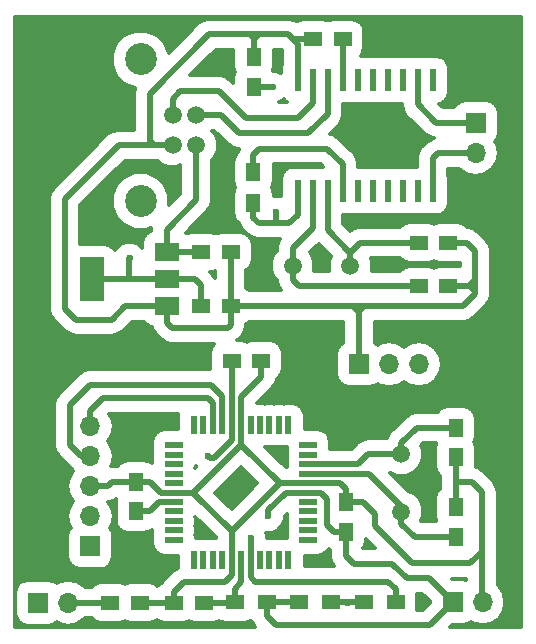
<source format=gtl>
G04 #@! TF.FileFunction,Copper,L1,Top,Signal*
%FSLAX46Y46*%
G04 Gerber Fmt 4.6, Leading zero omitted, Abs format (unit mm)*
G04 Created by KiCad (PCBNEW 4.0.7-e1-6374~58~ubuntu14.04.1) date Sat Jan 27 06:03:06 2018*
%MOMM*%
%LPD*%
G01*
G04 APERTURE LIST*
%ADD10C,0.100000*%
%ADD11R,0.600000X1.950000*%
%ADD12R,1.500000X1.250000*%
%ADD13R,1.250000X1.500000*%
%ADD14C,1.520000*%
%ADD15C,2.700000*%
%ADD16R,1.700000X1.700000*%
%ADD17O,1.700000X1.700000*%
%ADD18R,1.500000X1.300000*%
%ADD19R,1.300000X1.500000*%
%ADD20R,1.500000X0.550000*%
%ADD21R,0.550000X1.500000*%
%ADD22C,1.500000*%
%ADD23R,2.000000X3.800000*%
%ADD24R,2.000000X1.500000*%
%ADD25C,0.600000*%
%ADD26C,0.500000*%
%ADD27C,0.351000*%
G04 APERTURE END LIST*
D10*
D11*
X134655000Y-88710000D03*
X135925000Y-88710000D03*
X137195000Y-88710000D03*
X138465000Y-88710000D03*
X139735000Y-88710000D03*
X141005000Y-88710000D03*
X142275000Y-88710000D03*
X143545000Y-88710000D03*
X144815000Y-88710000D03*
X146085000Y-88710000D03*
X146085000Y-79310000D03*
X144815000Y-79310000D03*
X143545000Y-79310000D03*
X142275000Y-79310000D03*
X141005000Y-79310000D03*
X139735000Y-79310000D03*
X138465000Y-79310000D03*
X137195000Y-79310000D03*
X135925000Y-79310000D03*
X134655000Y-79310000D03*
D12*
X147430000Y-96770000D03*
X144930000Y-96770000D03*
X147430000Y-93090000D03*
X144930000Y-93090000D03*
X135970000Y-75850000D03*
X138470000Y-75850000D03*
D13*
X120970000Y-115820000D03*
X120970000Y-113320000D03*
X130930000Y-77400000D03*
X130930000Y-79900000D03*
D12*
X131590000Y-103070000D03*
X129090000Y-103070000D03*
X126710000Y-123560000D03*
X124210000Y-123560000D03*
D13*
X148040000Y-117990000D03*
X148040000Y-115490000D03*
D12*
X126500000Y-93880000D03*
X129000000Y-93880000D03*
D13*
X138740000Y-115050000D03*
X138740000Y-117550000D03*
X148040000Y-108740000D03*
X148040000Y-111240000D03*
D14*
X126070000Y-82290000D03*
X126070000Y-84830000D03*
X124070000Y-84830000D03*
X124070000Y-82290000D03*
D15*
X121370000Y-77560000D03*
X121370000Y-89560000D03*
D16*
X149730000Y-82950000D03*
D17*
X149730000Y-85490000D03*
D16*
X117120000Y-118800000D03*
D17*
X117120000Y-116260000D03*
X117120000Y-113720000D03*
X117120000Y-111180000D03*
X117120000Y-108640000D03*
D16*
X147790000Y-123520000D03*
D17*
X150330000Y-123520000D03*
D18*
X129350000Y-123550000D03*
X132050000Y-123550000D03*
D19*
X130920000Y-87060000D03*
X130920000Y-89760000D03*
D18*
X137500000Y-123550000D03*
X134800000Y-123550000D03*
D20*
X124180000Y-110240000D03*
X124180000Y-111040000D03*
X124180000Y-111840000D03*
X124180000Y-112640000D03*
X124180000Y-113440000D03*
X124180000Y-114240000D03*
X124180000Y-115040000D03*
X124180000Y-115840000D03*
X124180000Y-116640000D03*
X124180000Y-117440000D03*
X124180000Y-118240000D03*
D21*
X125880000Y-119940000D03*
X126680000Y-119940000D03*
X127480000Y-119940000D03*
X128280000Y-119940000D03*
X129080000Y-119940000D03*
X129880000Y-119940000D03*
X130680000Y-119940000D03*
X131480000Y-119940000D03*
X132280000Y-119940000D03*
X133080000Y-119940000D03*
X133880000Y-119940000D03*
D20*
X135580000Y-118240000D03*
X135580000Y-117440000D03*
X135580000Y-116640000D03*
X135580000Y-115840000D03*
X135580000Y-115040000D03*
X135580000Y-114240000D03*
X135580000Y-113440000D03*
X135580000Y-112640000D03*
X135580000Y-111840000D03*
X135580000Y-111040000D03*
X135580000Y-110240000D03*
D21*
X133880000Y-108540000D03*
X133080000Y-108540000D03*
X132280000Y-108540000D03*
X131480000Y-108540000D03*
X130680000Y-108540000D03*
X129880000Y-108540000D03*
X129080000Y-108540000D03*
X128280000Y-108540000D03*
X127480000Y-108540000D03*
X126680000Y-108540000D03*
X125880000Y-108540000D03*
D22*
X134250000Y-95020000D03*
X139130000Y-95020000D03*
X143450000Y-115860000D03*
X143450000Y-110980000D03*
D12*
X126500000Y-98450000D03*
X129000000Y-98450000D03*
D23*
X117270000Y-96170000D03*
D24*
X123570000Y-96170000D03*
X123570000Y-93870000D03*
X123570000Y-98470000D03*
D12*
X118800000Y-123570000D03*
X121300000Y-123570000D03*
D16*
X112700000Y-123570000D03*
D17*
X115240000Y-123570000D03*
D18*
X142960000Y-123550000D03*
X140260000Y-123550000D03*
D16*
X139870000Y-103380000D03*
D17*
X142410000Y-103380000D03*
X144950000Y-103380000D03*
D25*
X130680000Y-118070000D03*
X120430000Y-94400000D03*
X132570000Y-79920000D03*
X132830000Y-90480000D03*
X127110000Y-111160000D03*
X132190000Y-116250000D03*
X138900000Y-123570000D03*
D26*
X138470000Y-75850000D02*
X138470000Y-79305000D01*
X138470000Y-79305000D02*
X138465000Y-79310000D01*
X120970000Y-115820000D02*
X122150000Y-115820000D01*
X122930000Y-115040000D02*
X124180000Y-115040000D01*
X122150000Y-115820000D02*
X122930000Y-115040000D01*
X129350000Y-123550000D02*
X129350000Y-122370000D01*
X129880000Y-121840000D02*
X129880000Y-119940000D01*
X129350000Y-122370000D02*
X129880000Y-121840000D01*
X126710000Y-123560000D02*
X129340000Y-123560000D01*
X129340000Y-123560000D02*
X129350000Y-123550000D01*
X130680000Y-119940000D02*
X130680000Y-121430000D01*
X142960000Y-122400000D02*
X142960000Y-123550000D01*
X142350000Y-121790000D02*
X142960000Y-122400000D01*
X131040000Y-121790000D02*
X142350000Y-121790000D01*
X130680000Y-121430000D02*
X131040000Y-121790000D01*
X130680000Y-119940000D02*
X130680000Y-118070000D01*
X130920000Y-87060000D02*
X130920000Y-85640000D01*
X138465000Y-86435000D02*
X138465000Y-88710000D01*
X137160000Y-85130000D02*
X138465000Y-86435000D01*
X131430000Y-85130000D02*
X137160000Y-85130000D01*
X130920000Y-85640000D02*
X131430000Y-85130000D01*
X139870000Y-98970000D02*
X139870000Y-98850000D01*
X139870000Y-98850000D02*
X140270000Y-98450000D01*
X139870000Y-103380000D02*
X139870000Y-98970000D01*
X139870000Y-98970000D02*
X139350000Y-98450000D01*
X149160000Y-96770000D02*
X149280000Y-96770000D01*
X149280000Y-96770000D02*
X149700000Y-97190000D01*
X129000000Y-98450000D02*
X139350000Y-98450000D01*
X139350000Y-98450000D02*
X140270000Y-98450000D01*
X140270000Y-98450000D02*
X148470000Y-98450000D01*
X149700000Y-97400000D02*
X149700000Y-97190000D01*
X148650000Y-98450000D02*
X149700000Y-97400000D01*
X148470000Y-98450000D02*
X148650000Y-98450000D01*
X149700000Y-97190000D02*
X149700000Y-96230000D01*
X129000000Y-93880000D02*
X129000000Y-98450000D01*
X123570000Y-98470000D02*
X123570000Y-99870000D01*
X129000000Y-100060000D02*
X129000000Y-98450000D01*
X128740000Y-100320000D02*
X129000000Y-100060000D01*
X124020000Y-100320000D02*
X128740000Y-100320000D01*
X123570000Y-99870000D02*
X124020000Y-100320000D01*
X123570000Y-98470000D02*
X120070000Y-98470000D01*
X119500000Y-84830000D02*
X122520000Y-84830000D01*
X114950000Y-89380000D02*
X119500000Y-84830000D01*
X120070000Y-98470000D02*
X118910000Y-99630000D01*
X135970000Y-75850000D02*
X134270000Y-75850000D01*
X134270000Y-75850000D02*
X133860000Y-75440000D01*
X130930000Y-75910000D02*
X130930000Y-75780000D01*
X130930000Y-75780000D02*
X130590000Y-75440000D01*
X124070000Y-84830000D02*
X122520000Y-84830000D01*
X127180000Y-75440000D02*
X130590000Y-75440000D01*
X122520000Y-84830000D02*
X122150000Y-84460000D01*
X122150000Y-84460000D02*
X122150000Y-80470000D01*
X122150000Y-80470000D02*
X127180000Y-75440000D01*
X130590000Y-75440000D02*
X131400000Y-75440000D01*
X130930000Y-77400000D02*
X130930000Y-75910000D01*
X134655000Y-76235000D02*
X134655000Y-79310000D01*
X133860000Y-75440000D02*
X134655000Y-76235000D01*
X131400000Y-75440000D02*
X133860000Y-75440000D01*
X130930000Y-75910000D02*
X131400000Y-75440000D01*
X147430000Y-93090000D02*
X149000000Y-93090000D01*
X149000000Y-93090000D02*
X149700000Y-93790000D01*
X149700000Y-93790000D02*
X149700000Y-96230000D01*
X149160000Y-96770000D02*
X147430000Y-96770000D01*
X149700000Y-96230000D02*
X149160000Y-96770000D01*
X114950000Y-95660000D02*
X114950000Y-89380000D01*
X118910000Y-99630000D02*
X118360000Y-99630000D01*
X117370000Y-99630000D02*
X115900000Y-99630000D01*
X115900000Y-99630000D02*
X114950000Y-98680000D01*
X114950000Y-98680000D02*
X114950000Y-95660000D01*
X118360000Y-99630000D02*
X117370000Y-99630000D01*
X134250000Y-95020000D02*
X134250000Y-93520000D01*
X135925000Y-91845000D02*
X135925000Y-88710000D01*
X134250000Y-93520000D02*
X135925000Y-91845000D01*
X134250000Y-95020000D02*
X134250000Y-96250000D01*
X134770000Y-96770000D02*
X144930000Y-96770000D01*
X134250000Y-96250000D02*
X134770000Y-96770000D01*
X137195000Y-88710000D02*
X137195000Y-92015000D01*
X137195000Y-92015000D02*
X139130000Y-93950000D01*
X139130000Y-95020000D02*
X139130000Y-93950000D01*
X139130000Y-93950000D02*
X139130000Y-93920000D01*
X139960000Y-93090000D02*
X144930000Y-93090000D01*
X139130000Y-93920000D02*
X139960000Y-93090000D01*
X129880000Y-108540000D02*
X129880000Y-106160000D01*
X131590000Y-104450000D02*
X131590000Y-103070000D01*
X129880000Y-106160000D02*
X131590000Y-104450000D01*
X120970000Y-113320000D02*
X118980000Y-113320000D01*
X118580000Y-113720000D02*
X117120000Y-113720000D01*
X118980000Y-113320000D02*
X118580000Y-113720000D01*
X120970000Y-113320000D02*
X122180000Y-113320000D01*
X123100000Y-114240000D02*
X124180000Y-114240000D01*
X122180000Y-113320000D02*
X123100000Y-114240000D01*
X150260000Y-119250000D02*
X150260000Y-123450000D01*
X150260000Y-123450000D02*
X150330000Y-123520000D01*
X138740000Y-115050000D02*
X140210000Y-115050000D01*
X149420000Y-113320000D02*
X148040000Y-113320000D01*
X150260000Y-114160000D02*
X149420000Y-113320000D01*
X150260000Y-119250000D02*
X150260000Y-114160000D01*
X149280000Y-120230000D02*
X150260000Y-119250000D01*
X144350000Y-120230000D02*
X149280000Y-120230000D01*
X141220000Y-117100000D02*
X144350000Y-120230000D01*
X141220000Y-116060000D02*
X141220000Y-117100000D01*
X140210000Y-115050000D02*
X141220000Y-116060000D01*
X121300000Y-123570000D02*
X124200000Y-123570000D01*
X124200000Y-123570000D02*
X124210000Y-123560000D01*
X148040000Y-111240000D02*
X148040000Y-113320000D01*
X148040000Y-113320000D02*
X148040000Y-115490000D01*
X135580000Y-113440000D02*
X138210000Y-113440000D01*
X138740000Y-113970000D02*
X138740000Y-115050000D01*
X138210000Y-113440000D02*
X138740000Y-113970000D01*
X124210000Y-123560000D02*
X124210000Y-122660000D01*
X129080000Y-121240000D02*
X129080000Y-119940000D01*
X128510000Y-121810000D02*
X129080000Y-121240000D01*
X125060000Y-121810000D02*
X128510000Y-121810000D01*
X124210000Y-122660000D02*
X125060000Y-121810000D01*
X129080000Y-117490000D02*
X133130000Y-113440000D01*
X129080000Y-119940000D02*
X129080000Y-117490000D01*
X129080000Y-117490000D02*
X125830000Y-114240000D01*
X124180000Y-114240000D02*
X125830000Y-114240000D01*
X125830000Y-114240000D02*
X129880000Y-110190000D01*
X129880000Y-108540000D02*
X129880000Y-110190000D01*
X133130000Y-113440000D02*
X135580000Y-113440000D01*
X129880000Y-110190000D02*
X133130000Y-113440000D01*
X148050000Y-115480000D02*
X148040000Y-115490000D01*
X120430000Y-94400000D02*
X120420000Y-94410000D01*
X120420000Y-94410000D02*
X120420000Y-96170000D01*
X132570000Y-79920000D02*
X132550000Y-79900000D01*
X132840000Y-90490000D02*
X132840000Y-91450000D01*
X132830000Y-90480000D02*
X132840000Y-90490000D01*
X131350000Y-91450000D02*
X132840000Y-91450000D01*
X132840000Y-91450000D02*
X133910000Y-91450000D01*
X130920000Y-91020000D02*
X131350000Y-91450000D01*
X133910000Y-91450000D02*
X134655000Y-90705000D01*
X132550000Y-79900000D02*
X130930000Y-79900000D01*
X123570000Y-96170000D02*
X125980000Y-96170000D01*
X126500000Y-96690000D02*
X126500000Y-98450000D01*
X125980000Y-96170000D02*
X126500000Y-96690000D01*
X117270000Y-96170000D02*
X120420000Y-96170000D01*
X120420000Y-96170000D02*
X123570000Y-96170000D01*
X130920000Y-89760000D02*
X130920000Y-91020000D01*
X134655000Y-90705000D02*
X134655000Y-88710000D01*
X129080000Y-109770000D02*
X129080000Y-108540000D01*
X127110000Y-111160000D02*
X127240000Y-111290000D01*
X127240000Y-111290000D02*
X127560000Y-111290000D01*
X127560000Y-111290000D02*
X129080000Y-109770000D01*
X129080000Y-108540000D02*
X129080000Y-103080000D01*
X129080000Y-103080000D02*
X129090000Y-103070000D01*
X132050000Y-123550000D02*
X132050000Y-124680000D01*
X145830000Y-125480000D02*
X147790000Y-123520000D01*
X132850000Y-125480000D02*
X145830000Y-125480000D01*
X132050000Y-124680000D02*
X132850000Y-125480000D01*
X138740000Y-117550000D02*
X138740000Y-119580000D01*
X138740000Y-119580000D02*
X139440000Y-120280000D01*
X139440000Y-120280000D02*
X142690000Y-120280000D01*
X142690000Y-120280000D02*
X143890000Y-121480000D01*
X143890000Y-121480000D02*
X145750000Y-121480000D01*
X145750000Y-121480000D02*
X147790000Y-123520000D01*
X135580000Y-114240000D02*
X136660000Y-114240000D01*
X137740000Y-117550000D02*
X138740000Y-117550000D01*
X137180000Y-116990000D02*
X137740000Y-117550000D01*
X137180000Y-114760000D02*
X137180000Y-116990000D01*
X136660000Y-114240000D02*
X137180000Y-114760000D01*
X132050000Y-123550000D02*
X133440000Y-123550000D01*
X133440000Y-123550000D02*
X134800000Y-123550000D01*
X135580000Y-114240000D02*
X133650000Y-114240000D01*
X132190000Y-115700000D02*
X132190000Y-116250000D01*
X133650000Y-114240000D02*
X132190000Y-115700000D01*
X143450000Y-115860000D02*
X143450000Y-116870000D01*
X144570000Y-117990000D02*
X148040000Y-117990000D01*
X143450000Y-116870000D02*
X144570000Y-117990000D01*
X135580000Y-112640000D02*
X140680000Y-112640000D01*
X140680000Y-112640000D02*
X143450000Y-115410000D01*
X143450000Y-115410000D02*
X143450000Y-115860000D01*
X126500000Y-93880000D02*
X123580000Y-93880000D01*
X123580000Y-93880000D02*
X123570000Y-93870000D01*
X123570000Y-93870000D02*
X123570000Y-92000000D01*
X126070000Y-89500000D02*
X126070000Y-84830000D01*
X123570000Y-92000000D02*
X126070000Y-89500000D01*
X143450000Y-110980000D02*
X143450000Y-110060000D01*
X144770000Y-108740000D02*
X148040000Y-108740000D01*
X143450000Y-110060000D02*
X144770000Y-108740000D01*
X135580000Y-111840000D02*
X139780000Y-111840000D01*
X140640000Y-110980000D02*
X143450000Y-110980000D01*
X139780000Y-111840000D02*
X140640000Y-110980000D01*
X126070000Y-82290000D02*
X128170000Y-82290000D01*
X137195000Y-82185000D02*
X137195000Y-79310000D01*
X135560000Y-83820000D02*
X137195000Y-82185000D01*
X129700000Y-83820000D02*
X135560000Y-83820000D01*
X128170000Y-82290000D02*
X129700000Y-83820000D01*
X124070000Y-82290000D02*
X124070000Y-80900000D01*
X135925000Y-81275000D02*
X135925000Y-79310000D01*
X134690000Y-82510000D02*
X135925000Y-81275000D01*
X130260000Y-82510000D02*
X134690000Y-82510000D01*
X127990000Y-80240000D02*
X130260000Y-82510000D01*
X124730000Y-80240000D02*
X127990000Y-80240000D01*
X124070000Y-80900000D02*
X124730000Y-80240000D01*
X149730000Y-82950000D02*
X146380000Y-82950000D01*
X144815000Y-81385000D02*
X144815000Y-79310000D01*
X146380000Y-82950000D02*
X144815000Y-81385000D01*
X146085000Y-88710000D02*
X146085000Y-85955000D01*
X146550000Y-85490000D02*
X149730000Y-85490000D01*
X146085000Y-85955000D02*
X146550000Y-85490000D01*
X117120000Y-111180000D02*
X116360000Y-111180000D01*
X116360000Y-111180000D02*
X115380000Y-110200000D01*
X115380000Y-110200000D02*
X115380000Y-106820000D01*
X115380000Y-106820000D02*
X117090000Y-105110000D01*
X117090000Y-105110000D02*
X127350000Y-105110000D01*
X127350000Y-105110000D02*
X128280000Y-106040000D01*
X128280000Y-106040000D02*
X128280000Y-108540000D01*
X117120000Y-108640000D02*
X117120000Y-107320000D01*
X117120000Y-107320000D02*
X118180000Y-106260000D01*
X127480000Y-108540000D02*
X127480000Y-106630000D01*
X127110000Y-106260000D02*
X118180000Y-106260000D01*
X127480000Y-106630000D02*
X127110000Y-106260000D01*
X115240000Y-123570000D02*
X118800000Y-123570000D01*
X138890000Y-123550000D02*
X138900000Y-123570000D01*
X137500000Y-123550000D02*
X138890000Y-123550000D01*
X138890000Y-123550000D02*
X140260000Y-123550000D01*
D27*
G36*
X153599500Y-125589500D02*
X147595040Y-125589500D01*
X147717970Y-125466570D01*
X148640000Y-125466570D01*
X149038556Y-125391576D01*
X149362944Y-125182839D01*
X149593143Y-125336653D01*
X150330000Y-125483223D01*
X151066857Y-125336653D01*
X151691534Y-124919257D01*
X152108930Y-124294580D01*
X152255500Y-123557723D01*
X152255500Y-123482277D01*
X152108930Y-122745420D01*
X151691534Y-122120743D01*
X151585500Y-122049893D01*
X151585500Y-114160000D01*
X151484602Y-113652753D01*
X151197270Y-113222730D01*
X150357270Y-112382730D01*
X149927247Y-112095398D01*
X149747468Y-112059638D01*
X149761570Y-111990000D01*
X149761570Y-110490000D01*
X149686576Y-110091444D01*
X149623114Y-109992822D01*
X149675176Y-109916627D01*
X149761570Y-109490000D01*
X149761570Y-107990000D01*
X149686576Y-107591444D01*
X149451030Y-107225394D01*
X149091627Y-106979824D01*
X148665000Y-106893430D01*
X147415000Y-106893430D01*
X147016444Y-106968424D01*
X146650394Y-107203970D01*
X146506545Y-107414500D01*
X144770000Y-107414500D01*
X144262753Y-107515398D01*
X143832730Y-107802730D01*
X142512730Y-109122730D01*
X142225398Y-109552753D01*
X142207946Y-109640491D01*
X142193913Y-109654500D01*
X140640000Y-109654500D01*
X140132753Y-109755398D01*
X139818313Y-109965500D01*
X139702730Y-110042730D01*
X139230960Y-110514500D01*
X137426570Y-110514500D01*
X137426570Y-109965000D01*
X137351576Y-109566444D01*
X137116030Y-109200394D01*
X136756627Y-108954824D01*
X136330000Y-108868430D01*
X135251570Y-108868430D01*
X135251570Y-107790000D01*
X135176576Y-107391444D01*
X134941030Y-107025394D01*
X134581627Y-106779824D01*
X134155000Y-106693430D01*
X133605000Y-106693430D01*
X133475412Y-106717814D01*
X133355000Y-106693430D01*
X132805000Y-106693430D01*
X132675412Y-106717814D01*
X132555000Y-106693430D01*
X132005000Y-106693430D01*
X131875412Y-106717814D01*
X131755000Y-106693430D01*
X131221110Y-106693430D01*
X132527270Y-105387270D01*
X132814602Y-104957247D01*
X132880664Y-104625132D01*
X133104606Y-104481030D01*
X133350176Y-104121627D01*
X133436570Y-103695000D01*
X133436570Y-102445000D01*
X133361576Y-102046444D01*
X133126030Y-101680394D01*
X132766627Y-101434824D01*
X132340000Y-101348430D01*
X130840000Y-101348430D01*
X130441444Y-101423424D01*
X130342822Y-101486886D01*
X130266627Y-101434824D01*
X129840000Y-101348430D01*
X129540839Y-101348430D01*
X129677270Y-101257270D01*
X129937270Y-100997270D01*
X130224603Y-100567246D01*
X130325500Y-100060000D01*
X130325500Y-99982716D01*
X130514606Y-99861030D01*
X130573046Y-99775500D01*
X138544500Y-99775500D01*
X138544500Y-101557936D01*
X138255394Y-101743970D01*
X138009824Y-102103373D01*
X137923430Y-102530000D01*
X137923430Y-104230000D01*
X137998424Y-104628556D01*
X138233970Y-104994606D01*
X138593373Y-105240176D01*
X139020000Y-105326570D01*
X140720000Y-105326570D01*
X141118556Y-105251576D01*
X141442944Y-105042839D01*
X141673143Y-105196653D01*
X142410000Y-105343223D01*
X143146857Y-105196653D01*
X143680000Y-104840418D01*
X144213143Y-105196653D01*
X144950000Y-105343223D01*
X145686857Y-105196653D01*
X146311534Y-104779257D01*
X146728930Y-104154580D01*
X146875500Y-103417723D01*
X146875500Y-103342277D01*
X146728930Y-102605420D01*
X146311534Y-101980743D01*
X145686857Y-101563347D01*
X144950000Y-101416777D01*
X144213143Y-101563347D01*
X143680000Y-101919582D01*
X143146857Y-101563347D01*
X142410000Y-101416777D01*
X141673143Y-101563347D01*
X141439150Y-101719696D01*
X141195500Y-101553218D01*
X141195500Y-99775500D01*
X148650000Y-99775500D01*
X149157247Y-99674602D01*
X149587270Y-99387270D01*
X150637270Y-98337270D01*
X150924602Y-97907247D01*
X151025500Y-97400000D01*
X151025500Y-93790000D01*
X150924602Y-93282753D01*
X150637270Y-92852730D01*
X149937270Y-92152730D01*
X149507247Y-91865398D01*
X149008350Y-91766161D01*
X148966030Y-91700394D01*
X148606627Y-91454824D01*
X148180000Y-91368430D01*
X146680000Y-91368430D01*
X146281444Y-91443424D01*
X146182822Y-91506886D01*
X146106627Y-91454824D01*
X145680000Y-91368430D01*
X144180000Y-91368430D01*
X143781444Y-91443424D01*
X143415394Y-91678970D01*
X143356954Y-91764500D01*
X139960000Y-91764500D01*
X139452753Y-91865398D01*
X139133354Y-92078814D01*
X138520500Y-91465960D01*
X138520500Y-90781570D01*
X138765000Y-90781570D01*
X139112297Y-90716221D01*
X139435000Y-90781570D01*
X140035000Y-90781570D01*
X140382297Y-90716221D01*
X140705000Y-90781570D01*
X141305000Y-90781570D01*
X141652297Y-90716221D01*
X141975000Y-90781570D01*
X142575000Y-90781570D01*
X142922297Y-90716221D01*
X143245000Y-90781570D01*
X143845000Y-90781570D01*
X144192297Y-90716221D01*
X144515000Y-90781570D01*
X145115000Y-90781570D01*
X145462297Y-90716221D01*
X145785000Y-90781570D01*
X146385000Y-90781570D01*
X146783556Y-90706576D01*
X147149606Y-90471030D01*
X147395176Y-90111627D01*
X147481570Y-89685000D01*
X147481570Y-87735000D01*
X147410500Y-87357298D01*
X147410500Y-86815500D01*
X148306666Y-86815500D01*
X148330743Y-86851534D01*
X148955420Y-87268930D01*
X149692277Y-87415500D01*
X149767723Y-87415500D01*
X150504580Y-87268930D01*
X151129257Y-86851534D01*
X151546653Y-86226857D01*
X151693223Y-85490000D01*
X151546653Y-84753143D01*
X151390304Y-84519150D01*
X151590176Y-84226627D01*
X151676570Y-83800000D01*
X151676570Y-82100000D01*
X151601576Y-81701444D01*
X151366030Y-81335394D01*
X151006627Y-81089824D01*
X150580000Y-81003430D01*
X148880000Y-81003430D01*
X148481444Y-81078424D01*
X148115394Y-81313970D01*
X147903218Y-81624500D01*
X146929040Y-81624500D01*
X146638425Y-81333885D01*
X146783556Y-81306576D01*
X147149606Y-81071030D01*
X147395176Y-80711627D01*
X147481570Y-80285000D01*
X147481570Y-78335000D01*
X147406576Y-77936444D01*
X147171030Y-77570394D01*
X146811627Y-77324824D01*
X146385000Y-77238430D01*
X145785000Y-77238430D01*
X145437703Y-77303779D01*
X145115000Y-77238430D01*
X144515000Y-77238430D01*
X144167703Y-77303779D01*
X143845000Y-77238430D01*
X143245000Y-77238430D01*
X142897703Y-77303779D01*
X142575000Y-77238430D01*
X141975000Y-77238430D01*
X141627703Y-77303779D01*
X141305000Y-77238430D01*
X140705000Y-77238430D01*
X140357703Y-77303779D01*
X140035000Y-77238430D01*
X140000048Y-77238430D01*
X140230176Y-76901627D01*
X140316570Y-76475000D01*
X140316570Y-75225000D01*
X140241576Y-74826444D01*
X140006030Y-74460394D01*
X139646627Y-74214824D01*
X139220000Y-74128430D01*
X137720000Y-74128430D01*
X137321444Y-74203424D01*
X137222822Y-74266886D01*
X137146627Y-74214824D01*
X136720000Y-74128430D01*
X135220000Y-74128430D01*
X134821444Y-74203424D01*
X134580940Y-74358183D01*
X134367247Y-74215398D01*
X133860000Y-74114500D01*
X127180000Y-74114500D01*
X126672753Y-74215398D01*
X126242730Y-74502730D01*
X123757877Y-76987583D01*
X123427438Y-76187860D01*
X122745729Y-75504960D01*
X121854578Y-75134922D01*
X120889655Y-75134080D01*
X119997860Y-75502562D01*
X119314960Y-76184271D01*
X118944922Y-77075422D01*
X118944080Y-78040345D01*
X119312562Y-78932140D01*
X119994271Y-79615040D01*
X120885422Y-79985078D01*
X120920951Y-79985109D01*
X120824500Y-80470000D01*
X120824500Y-83504500D01*
X119500000Y-83504500D01*
X118992753Y-83605398D01*
X118694776Y-83804500D01*
X118562730Y-83892730D01*
X114012730Y-88442730D01*
X113725398Y-88872753D01*
X113624500Y-89380000D01*
X113624500Y-98680000D01*
X113725398Y-99187247D01*
X114012730Y-99617270D01*
X114962730Y-100567270D01*
X115392753Y-100854602D01*
X115900000Y-100955500D01*
X118910000Y-100955500D01*
X119417247Y-100854602D01*
X119847270Y-100567270D01*
X120619040Y-99795500D01*
X121662284Y-99795500D01*
X121783970Y-99984606D01*
X122143373Y-100230176D01*
X122323395Y-100266631D01*
X122345398Y-100377247D01*
X122632730Y-100807270D01*
X123082730Y-101257270D01*
X123512753Y-101544602D01*
X124020000Y-101645500D01*
X127596327Y-101645500D01*
X127575394Y-101658970D01*
X127329824Y-102018373D01*
X127243430Y-102445000D01*
X127243430Y-103695000D01*
X127260271Y-103784500D01*
X117090000Y-103784500D01*
X116582753Y-103885398D01*
X116152730Y-104172730D01*
X114442730Y-105882730D01*
X114155398Y-106312753D01*
X114054500Y-106820000D01*
X114054500Y-110200000D01*
X114155398Y-110707247D01*
X114442730Y-111137270D01*
X115422730Y-112117270D01*
X115448977Y-112134808D01*
X115659582Y-112450000D01*
X115303347Y-112983143D01*
X115156777Y-113720000D01*
X115303347Y-114456857D01*
X115659582Y-114990000D01*
X115303347Y-115523143D01*
X115156777Y-116260000D01*
X115303347Y-116996857D01*
X115459696Y-117230850D01*
X115259824Y-117523373D01*
X115173430Y-117950000D01*
X115173430Y-119650000D01*
X115248424Y-120048556D01*
X115483970Y-120414606D01*
X115843373Y-120660176D01*
X116270000Y-120746570D01*
X117970000Y-120746570D01*
X118368556Y-120671576D01*
X118734606Y-120436030D01*
X118980176Y-120076627D01*
X119066570Y-119650000D01*
X119066570Y-117950000D01*
X118991576Y-117551444D01*
X118782839Y-117227056D01*
X118936653Y-116996857D01*
X119083223Y-116260000D01*
X118936653Y-115523143D01*
X118613102Y-115038916D01*
X119087247Y-114944602D01*
X119303020Y-114800427D01*
X119248430Y-115070000D01*
X119248430Y-116570000D01*
X119323424Y-116968556D01*
X119558970Y-117334606D01*
X119918373Y-117580176D01*
X120345000Y-117666570D01*
X121595000Y-117666570D01*
X121993556Y-117591576D01*
X122333430Y-117372874D01*
X122333430Y-117715000D01*
X122357814Y-117844588D01*
X122333430Y-117965000D01*
X122333430Y-118515000D01*
X122408424Y-118913556D01*
X122643970Y-119279606D01*
X123003373Y-119525176D01*
X123430000Y-119611570D01*
X124508430Y-119611570D01*
X124508430Y-120615013D01*
X124122730Y-120872730D01*
X123272730Y-121722730D01*
X123157373Y-121895374D01*
X123061444Y-121913424D01*
X122744136Y-122117605D01*
X122476627Y-121934824D01*
X122050000Y-121848430D01*
X120550000Y-121848430D01*
X120151444Y-121923424D01*
X120052822Y-121986886D01*
X119976627Y-121934824D01*
X119550000Y-121848430D01*
X118050000Y-121848430D01*
X117651444Y-121923424D01*
X117285394Y-122158970D01*
X117226954Y-122244500D01*
X116650817Y-122244500D01*
X116601534Y-122170743D01*
X115976857Y-121753347D01*
X115240000Y-121606777D01*
X114503143Y-121753347D01*
X114269150Y-121909696D01*
X113976627Y-121709824D01*
X113550000Y-121623430D01*
X111850000Y-121623430D01*
X111451444Y-121698424D01*
X111085394Y-121933970D01*
X110839824Y-122293373D01*
X110753430Y-122720000D01*
X110753430Y-124420000D01*
X110828424Y-124818556D01*
X111063970Y-125184606D01*
X111423373Y-125430176D01*
X111850000Y-125516570D01*
X113550000Y-125516570D01*
X113948556Y-125441576D01*
X114272944Y-125232839D01*
X114503143Y-125386653D01*
X115240000Y-125533223D01*
X115976857Y-125386653D01*
X116601534Y-124969257D01*
X116650817Y-124895500D01*
X117222719Y-124895500D01*
X117263970Y-124959606D01*
X117623373Y-125205176D01*
X118050000Y-125291570D01*
X119550000Y-125291570D01*
X119948556Y-125216576D01*
X120047178Y-125153114D01*
X120123373Y-125205176D01*
X120550000Y-125291570D01*
X122050000Y-125291570D01*
X122448556Y-125216576D01*
X122765864Y-125012395D01*
X123033373Y-125195176D01*
X123460000Y-125281570D01*
X124960000Y-125281570D01*
X125358556Y-125206576D01*
X125457178Y-125143114D01*
X125533373Y-125195176D01*
X125960000Y-125281570D01*
X127460000Y-125281570D01*
X127858556Y-125206576D01*
X128017972Y-125103995D01*
X128173373Y-125210176D01*
X128600000Y-125296570D01*
X130100000Y-125296570D01*
X130498556Y-125221576D01*
X130700178Y-125091836D01*
X130823130Y-125175847D01*
X130825398Y-125187247D01*
X131094175Y-125589500D01*
X110720500Y-125589500D01*
X110720500Y-74010500D01*
X153599500Y-74010500D01*
X153599500Y-125589500D01*
X153599500Y-125589500D01*
G37*
X153599500Y-125589500D02*
X147595040Y-125589500D01*
X147717970Y-125466570D01*
X148640000Y-125466570D01*
X149038556Y-125391576D01*
X149362944Y-125182839D01*
X149593143Y-125336653D01*
X150330000Y-125483223D01*
X151066857Y-125336653D01*
X151691534Y-124919257D01*
X152108930Y-124294580D01*
X152255500Y-123557723D01*
X152255500Y-123482277D01*
X152108930Y-122745420D01*
X151691534Y-122120743D01*
X151585500Y-122049893D01*
X151585500Y-114160000D01*
X151484602Y-113652753D01*
X151197270Y-113222730D01*
X150357270Y-112382730D01*
X149927247Y-112095398D01*
X149747468Y-112059638D01*
X149761570Y-111990000D01*
X149761570Y-110490000D01*
X149686576Y-110091444D01*
X149623114Y-109992822D01*
X149675176Y-109916627D01*
X149761570Y-109490000D01*
X149761570Y-107990000D01*
X149686576Y-107591444D01*
X149451030Y-107225394D01*
X149091627Y-106979824D01*
X148665000Y-106893430D01*
X147415000Y-106893430D01*
X147016444Y-106968424D01*
X146650394Y-107203970D01*
X146506545Y-107414500D01*
X144770000Y-107414500D01*
X144262753Y-107515398D01*
X143832730Y-107802730D01*
X142512730Y-109122730D01*
X142225398Y-109552753D01*
X142207946Y-109640491D01*
X142193913Y-109654500D01*
X140640000Y-109654500D01*
X140132753Y-109755398D01*
X139818313Y-109965500D01*
X139702730Y-110042730D01*
X139230960Y-110514500D01*
X137426570Y-110514500D01*
X137426570Y-109965000D01*
X137351576Y-109566444D01*
X137116030Y-109200394D01*
X136756627Y-108954824D01*
X136330000Y-108868430D01*
X135251570Y-108868430D01*
X135251570Y-107790000D01*
X135176576Y-107391444D01*
X134941030Y-107025394D01*
X134581627Y-106779824D01*
X134155000Y-106693430D01*
X133605000Y-106693430D01*
X133475412Y-106717814D01*
X133355000Y-106693430D01*
X132805000Y-106693430D01*
X132675412Y-106717814D01*
X132555000Y-106693430D01*
X132005000Y-106693430D01*
X131875412Y-106717814D01*
X131755000Y-106693430D01*
X131221110Y-106693430D01*
X132527270Y-105387270D01*
X132814602Y-104957247D01*
X132880664Y-104625132D01*
X133104606Y-104481030D01*
X133350176Y-104121627D01*
X133436570Y-103695000D01*
X133436570Y-102445000D01*
X133361576Y-102046444D01*
X133126030Y-101680394D01*
X132766627Y-101434824D01*
X132340000Y-101348430D01*
X130840000Y-101348430D01*
X130441444Y-101423424D01*
X130342822Y-101486886D01*
X130266627Y-101434824D01*
X129840000Y-101348430D01*
X129540839Y-101348430D01*
X129677270Y-101257270D01*
X129937270Y-100997270D01*
X130224603Y-100567246D01*
X130325500Y-100060000D01*
X130325500Y-99982716D01*
X130514606Y-99861030D01*
X130573046Y-99775500D01*
X138544500Y-99775500D01*
X138544500Y-101557936D01*
X138255394Y-101743970D01*
X138009824Y-102103373D01*
X137923430Y-102530000D01*
X137923430Y-104230000D01*
X137998424Y-104628556D01*
X138233970Y-104994606D01*
X138593373Y-105240176D01*
X139020000Y-105326570D01*
X140720000Y-105326570D01*
X141118556Y-105251576D01*
X141442944Y-105042839D01*
X141673143Y-105196653D01*
X142410000Y-105343223D01*
X143146857Y-105196653D01*
X143680000Y-104840418D01*
X144213143Y-105196653D01*
X144950000Y-105343223D01*
X145686857Y-105196653D01*
X146311534Y-104779257D01*
X146728930Y-104154580D01*
X146875500Y-103417723D01*
X146875500Y-103342277D01*
X146728930Y-102605420D01*
X146311534Y-101980743D01*
X145686857Y-101563347D01*
X144950000Y-101416777D01*
X144213143Y-101563347D01*
X143680000Y-101919582D01*
X143146857Y-101563347D01*
X142410000Y-101416777D01*
X141673143Y-101563347D01*
X141439150Y-101719696D01*
X141195500Y-101553218D01*
X141195500Y-99775500D01*
X148650000Y-99775500D01*
X149157247Y-99674602D01*
X149587270Y-99387270D01*
X150637270Y-98337270D01*
X150924602Y-97907247D01*
X151025500Y-97400000D01*
X151025500Y-93790000D01*
X150924602Y-93282753D01*
X150637270Y-92852730D01*
X149937270Y-92152730D01*
X149507247Y-91865398D01*
X149008350Y-91766161D01*
X148966030Y-91700394D01*
X148606627Y-91454824D01*
X148180000Y-91368430D01*
X146680000Y-91368430D01*
X146281444Y-91443424D01*
X146182822Y-91506886D01*
X146106627Y-91454824D01*
X145680000Y-91368430D01*
X144180000Y-91368430D01*
X143781444Y-91443424D01*
X143415394Y-91678970D01*
X143356954Y-91764500D01*
X139960000Y-91764500D01*
X139452753Y-91865398D01*
X139133354Y-92078814D01*
X138520500Y-91465960D01*
X138520500Y-90781570D01*
X138765000Y-90781570D01*
X139112297Y-90716221D01*
X139435000Y-90781570D01*
X140035000Y-90781570D01*
X140382297Y-90716221D01*
X140705000Y-90781570D01*
X141305000Y-90781570D01*
X141652297Y-90716221D01*
X141975000Y-90781570D01*
X142575000Y-90781570D01*
X142922297Y-90716221D01*
X143245000Y-90781570D01*
X143845000Y-90781570D01*
X144192297Y-90716221D01*
X144515000Y-90781570D01*
X145115000Y-90781570D01*
X145462297Y-90716221D01*
X145785000Y-90781570D01*
X146385000Y-90781570D01*
X146783556Y-90706576D01*
X147149606Y-90471030D01*
X147395176Y-90111627D01*
X147481570Y-89685000D01*
X147481570Y-87735000D01*
X147410500Y-87357298D01*
X147410500Y-86815500D01*
X148306666Y-86815500D01*
X148330743Y-86851534D01*
X148955420Y-87268930D01*
X149692277Y-87415500D01*
X149767723Y-87415500D01*
X150504580Y-87268930D01*
X151129257Y-86851534D01*
X151546653Y-86226857D01*
X151693223Y-85490000D01*
X151546653Y-84753143D01*
X151390304Y-84519150D01*
X151590176Y-84226627D01*
X151676570Y-83800000D01*
X151676570Y-82100000D01*
X151601576Y-81701444D01*
X151366030Y-81335394D01*
X151006627Y-81089824D01*
X150580000Y-81003430D01*
X148880000Y-81003430D01*
X148481444Y-81078424D01*
X148115394Y-81313970D01*
X147903218Y-81624500D01*
X146929040Y-81624500D01*
X146638425Y-81333885D01*
X146783556Y-81306576D01*
X147149606Y-81071030D01*
X147395176Y-80711627D01*
X147481570Y-80285000D01*
X147481570Y-78335000D01*
X147406576Y-77936444D01*
X147171030Y-77570394D01*
X146811627Y-77324824D01*
X146385000Y-77238430D01*
X145785000Y-77238430D01*
X145437703Y-77303779D01*
X145115000Y-77238430D01*
X144515000Y-77238430D01*
X144167703Y-77303779D01*
X143845000Y-77238430D01*
X143245000Y-77238430D01*
X142897703Y-77303779D01*
X142575000Y-77238430D01*
X141975000Y-77238430D01*
X141627703Y-77303779D01*
X141305000Y-77238430D01*
X140705000Y-77238430D01*
X140357703Y-77303779D01*
X140035000Y-77238430D01*
X140000048Y-77238430D01*
X140230176Y-76901627D01*
X140316570Y-76475000D01*
X140316570Y-75225000D01*
X140241576Y-74826444D01*
X140006030Y-74460394D01*
X139646627Y-74214824D01*
X139220000Y-74128430D01*
X137720000Y-74128430D01*
X137321444Y-74203424D01*
X137222822Y-74266886D01*
X137146627Y-74214824D01*
X136720000Y-74128430D01*
X135220000Y-74128430D01*
X134821444Y-74203424D01*
X134580940Y-74358183D01*
X134367247Y-74215398D01*
X133860000Y-74114500D01*
X127180000Y-74114500D01*
X126672753Y-74215398D01*
X126242730Y-74502730D01*
X123757877Y-76987583D01*
X123427438Y-76187860D01*
X122745729Y-75504960D01*
X121854578Y-75134922D01*
X120889655Y-75134080D01*
X119997860Y-75502562D01*
X119314960Y-76184271D01*
X118944922Y-77075422D01*
X118944080Y-78040345D01*
X119312562Y-78932140D01*
X119994271Y-79615040D01*
X120885422Y-79985078D01*
X120920951Y-79985109D01*
X120824500Y-80470000D01*
X120824500Y-83504500D01*
X119500000Y-83504500D01*
X118992753Y-83605398D01*
X118694776Y-83804500D01*
X118562730Y-83892730D01*
X114012730Y-88442730D01*
X113725398Y-88872753D01*
X113624500Y-89380000D01*
X113624500Y-98680000D01*
X113725398Y-99187247D01*
X114012730Y-99617270D01*
X114962730Y-100567270D01*
X115392753Y-100854602D01*
X115900000Y-100955500D01*
X118910000Y-100955500D01*
X119417247Y-100854602D01*
X119847270Y-100567270D01*
X120619040Y-99795500D01*
X121662284Y-99795500D01*
X121783970Y-99984606D01*
X122143373Y-100230176D01*
X122323395Y-100266631D01*
X122345398Y-100377247D01*
X122632730Y-100807270D01*
X123082730Y-101257270D01*
X123512753Y-101544602D01*
X124020000Y-101645500D01*
X127596327Y-101645500D01*
X127575394Y-101658970D01*
X127329824Y-102018373D01*
X127243430Y-102445000D01*
X127243430Y-103695000D01*
X127260271Y-103784500D01*
X117090000Y-103784500D01*
X116582753Y-103885398D01*
X116152730Y-104172730D01*
X114442730Y-105882730D01*
X114155398Y-106312753D01*
X114054500Y-106820000D01*
X114054500Y-110200000D01*
X114155398Y-110707247D01*
X114442730Y-111137270D01*
X115422730Y-112117270D01*
X115448977Y-112134808D01*
X115659582Y-112450000D01*
X115303347Y-112983143D01*
X115156777Y-113720000D01*
X115303347Y-114456857D01*
X115659582Y-114990000D01*
X115303347Y-115523143D01*
X115156777Y-116260000D01*
X115303347Y-116996857D01*
X115459696Y-117230850D01*
X115259824Y-117523373D01*
X115173430Y-117950000D01*
X115173430Y-119650000D01*
X115248424Y-120048556D01*
X115483970Y-120414606D01*
X115843373Y-120660176D01*
X116270000Y-120746570D01*
X117970000Y-120746570D01*
X118368556Y-120671576D01*
X118734606Y-120436030D01*
X118980176Y-120076627D01*
X119066570Y-119650000D01*
X119066570Y-117950000D01*
X118991576Y-117551444D01*
X118782839Y-117227056D01*
X118936653Y-116996857D01*
X119083223Y-116260000D01*
X118936653Y-115523143D01*
X118613102Y-115038916D01*
X119087247Y-114944602D01*
X119303020Y-114800427D01*
X119248430Y-115070000D01*
X119248430Y-116570000D01*
X119323424Y-116968556D01*
X119558970Y-117334606D01*
X119918373Y-117580176D01*
X120345000Y-117666570D01*
X121595000Y-117666570D01*
X121993556Y-117591576D01*
X122333430Y-117372874D01*
X122333430Y-117715000D01*
X122357814Y-117844588D01*
X122333430Y-117965000D01*
X122333430Y-118515000D01*
X122408424Y-118913556D01*
X122643970Y-119279606D01*
X123003373Y-119525176D01*
X123430000Y-119611570D01*
X124508430Y-119611570D01*
X124508430Y-120615013D01*
X124122730Y-120872730D01*
X123272730Y-121722730D01*
X123157373Y-121895374D01*
X123061444Y-121913424D01*
X122744136Y-122117605D01*
X122476627Y-121934824D01*
X122050000Y-121848430D01*
X120550000Y-121848430D01*
X120151444Y-121923424D01*
X120052822Y-121986886D01*
X119976627Y-121934824D01*
X119550000Y-121848430D01*
X118050000Y-121848430D01*
X117651444Y-121923424D01*
X117285394Y-122158970D01*
X117226954Y-122244500D01*
X116650817Y-122244500D01*
X116601534Y-122170743D01*
X115976857Y-121753347D01*
X115240000Y-121606777D01*
X114503143Y-121753347D01*
X114269150Y-121909696D01*
X113976627Y-121709824D01*
X113550000Y-121623430D01*
X111850000Y-121623430D01*
X111451444Y-121698424D01*
X111085394Y-121933970D01*
X110839824Y-122293373D01*
X110753430Y-122720000D01*
X110753430Y-124420000D01*
X110828424Y-124818556D01*
X111063970Y-125184606D01*
X111423373Y-125430176D01*
X111850000Y-125516570D01*
X113550000Y-125516570D01*
X113948556Y-125441576D01*
X114272944Y-125232839D01*
X114503143Y-125386653D01*
X115240000Y-125533223D01*
X115976857Y-125386653D01*
X116601534Y-124969257D01*
X116650817Y-124895500D01*
X117222719Y-124895500D01*
X117263970Y-124959606D01*
X117623373Y-125205176D01*
X118050000Y-125291570D01*
X119550000Y-125291570D01*
X119948556Y-125216576D01*
X120047178Y-125153114D01*
X120123373Y-125205176D01*
X120550000Y-125291570D01*
X122050000Y-125291570D01*
X122448556Y-125216576D01*
X122765864Y-125012395D01*
X123033373Y-125195176D01*
X123460000Y-125281570D01*
X124960000Y-125281570D01*
X125358556Y-125206576D01*
X125457178Y-125143114D01*
X125533373Y-125195176D01*
X125960000Y-125281570D01*
X127460000Y-125281570D01*
X127858556Y-125206576D01*
X128017972Y-125103995D01*
X128173373Y-125210176D01*
X128600000Y-125296570D01*
X130100000Y-125296570D01*
X130498556Y-125221576D01*
X130700178Y-125091836D01*
X130823130Y-125175847D01*
X130825398Y-125187247D01*
X131094175Y-125589500D01*
X110720500Y-125589500D01*
X110720500Y-74010500D01*
X153599500Y-74010500D01*
X153599500Y-125589500D01*
G36*
X145843430Y-123447970D02*
X145843430Y-123592030D01*
X145280960Y-124154500D01*
X144806570Y-124154500D01*
X144806570Y-122900000D01*
X144788788Y-122805500D01*
X145200960Y-122805500D01*
X145843430Y-123447970D01*
X145843430Y-123447970D01*
G37*
X145843430Y-123447970D02*
X145843430Y-123592030D01*
X145280960Y-124154500D01*
X144806570Y-124154500D01*
X144806570Y-122900000D01*
X144788788Y-122805500D01*
X145200960Y-122805500D01*
X145843430Y-123447970D01*
G36*
X148934500Y-121633068D02*
X148640000Y-121573430D01*
X147717970Y-121573430D01*
X147700040Y-121555500D01*
X148934500Y-121555500D01*
X148934500Y-121633068D01*
X148934500Y-121633068D01*
G37*
X148934500Y-121633068D02*
X148640000Y-121573430D01*
X147717970Y-121573430D01*
X147700040Y-121555500D01*
X148934500Y-121555500D01*
X148934500Y-121633068D01*
G36*
X137328970Y-119064606D02*
X137414500Y-119123046D01*
X137414500Y-119580000D01*
X137515398Y-120087247D01*
X137767470Y-120464500D01*
X135251570Y-120464500D01*
X135251570Y-119611570D01*
X136330000Y-119611570D01*
X136728556Y-119536576D01*
X137094606Y-119301030D01*
X137293651Y-119009719D01*
X137328970Y-119064606D01*
X137328970Y-119064606D01*
G37*
X137328970Y-119064606D02*
X137414500Y-119123046D01*
X137414500Y-119580000D01*
X137515398Y-120087247D01*
X137767470Y-120464500D01*
X135251570Y-120464500D01*
X135251570Y-119611570D01*
X136330000Y-119611570D01*
X136728556Y-119536576D01*
X137094606Y-119301030D01*
X137293651Y-119009719D01*
X137328970Y-119064606D01*
G36*
X141199960Y-118954500D02*
X140219477Y-118954500D01*
X140375176Y-118726627D01*
X140461570Y-118300000D01*
X140461570Y-118216110D01*
X141199960Y-118954500D01*
X141199960Y-118954500D01*
G37*
X141199960Y-118954500D02*
X140219477Y-118954500D01*
X140375176Y-118726627D01*
X140461570Y-118300000D01*
X140461570Y-118216110D01*
X141199960Y-118954500D01*
G36*
X133733430Y-116115000D02*
X133757814Y-116244588D01*
X133733430Y-116365000D01*
X133733430Y-116915000D01*
X133757814Y-117044588D01*
X133733430Y-117165000D01*
X133733430Y-117715000D01*
X133757814Y-117844588D01*
X133733430Y-117965000D01*
X133733430Y-118093430D01*
X133605000Y-118093430D01*
X133475412Y-118117814D01*
X133355000Y-118093430D01*
X132805000Y-118093430D01*
X132675412Y-118117814D01*
X132555000Y-118093430D01*
X132055481Y-118093430D01*
X132055739Y-117797596D01*
X131984556Y-117625322D01*
X132462404Y-117625739D01*
X132968140Y-117416772D01*
X133355413Y-117030176D01*
X133565261Y-116524804D01*
X133565546Y-116198994D01*
X133733430Y-116031110D01*
X133733430Y-116115000D01*
X133733430Y-116115000D01*
G37*
X133733430Y-116115000D02*
X133757814Y-116244588D01*
X133733430Y-116365000D01*
X133733430Y-116915000D01*
X133757814Y-117044588D01*
X133733430Y-117165000D01*
X133733430Y-117715000D01*
X133757814Y-117844588D01*
X133733430Y-117965000D01*
X133733430Y-118093430D01*
X133605000Y-118093430D01*
X133475412Y-118117814D01*
X133355000Y-118093430D01*
X132805000Y-118093430D01*
X132675412Y-118117814D01*
X132555000Y-118093430D01*
X132055481Y-118093430D01*
X132055739Y-117797596D01*
X131984556Y-117625322D01*
X132462404Y-117625739D01*
X132968140Y-117416772D01*
X133355413Y-117030176D01*
X133565261Y-116524804D01*
X133565546Y-116198994D01*
X133733430Y-116031110D01*
X133733430Y-116115000D01*
G36*
X127754500Y-118039040D02*
X127754500Y-118093430D01*
X127205000Y-118093430D01*
X127075412Y-118117814D01*
X126955000Y-118093430D01*
X126405000Y-118093430D01*
X126275412Y-118117814D01*
X126155000Y-118093430D01*
X126026570Y-118093430D01*
X126026570Y-117965000D01*
X126002186Y-117835412D01*
X126026570Y-117715000D01*
X126026570Y-117165000D01*
X126002186Y-117035412D01*
X126026570Y-116915000D01*
X126026570Y-116365000D01*
X126014080Y-116298620D01*
X127754500Y-118039040D01*
X127754500Y-118039040D01*
G37*
X127754500Y-118039040D02*
X127754500Y-118093430D01*
X127205000Y-118093430D01*
X127075412Y-118117814D01*
X126955000Y-118093430D01*
X126405000Y-118093430D01*
X126275412Y-118117814D01*
X126155000Y-118093430D01*
X126026570Y-118093430D01*
X126026570Y-117965000D01*
X126002186Y-117835412D01*
X126026570Y-117715000D01*
X126026570Y-117165000D01*
X126002186Y-117035412D01*
X126026570Y-116915000D01*
X126026570Y-116365000D01*
X126014080Y-116298620D01*
X127754500Y-118039040D01*
G36*
X146318430Y-110490000D02*
X146318430Y-111990000D01*
X146393424Y-112388556D01*
X146628970Y-112754606D01*
X146714500Y-112813046D01*
X146714500Y-113912719D01*
X146650394Y-113953970D01*
X146404824Y-114313373D01*
X146318430Y-114740000D01*
X146318430Y-116240000D01*
X146393424Y-116638556D01*
X146410118Y-116664500D01*
X145119040Y-116664500D01*
X145100333Y-116645793D01*
X145275183Y-116224708D01*
X145275817Y-115498479D01*
X144998486Y-114827288D01*
X144485413Y-114313319D01*
X144044971Y-114130431D01*
X142460134Y-112545594D01*
X143085292Y-112805183D01*
X143811521Y-112805817D01*
X144482712Y-112528486D01*
X144996681Y-112015413D01*
X145275183Y-111344708D01*
X145275817Y-110618479D01*
X145126773Y-110257767D01*
X145319040Y-110065500D01*
X146404393Y-110065500D01*
X146318430Y-110490000D01*
X146318430Y-110490000D01*
G37*
X146318430Y-110490000D02*
X146318430Y-111990000D01*
X146393424Y-112388556D01*
X146628970Y-112754606D01*
X146714500Y-112813046D01*
X146714500Y-113912719D01*
X146650394Y-113953970D01*
X146404824Y-114313373D01*
X146318430Y-114740000D01*
X146318430Y-116240000D01*
X146393424Y-116638556D01*
X146410118Y-116664500D01*
X145119040Y-116664500D01*
X145100333Y-116645793D01*
X145275183Y-116224708D01*
X145275817Y-115498479D01*
X144998486Y-114827288D01*
X144485413Y-114313319D01*
X144044971Y-114130431D01*
X142460134Y-112545594D01*
X143085292Y-112805183D01*
X143811521Y-112805817D01*
X144482712Y-112528486D01*
X144996681Y-112015413D01*
X145275183Y-111344708D01*
X145275817Y-110618479D01*
X145126773Y-110257767D01*
X145319040Y-110065500D01*
X146404393Y-110065500D01*
X146318430Y-110490000D01*
G36*
X131255460Y-113440000D02*
X129080000Y-115615460D01*
X127704540Y-114240000D01*
X129880000Y-112064540D01*
X131255460Y-113440000D01*
X131255460Y-113440000D01*
G37*
X131255460Y-113440000D02*
X129080000Y-115615460D01*
X127704540Y-114240000D01*
X129880000Y-112064540D01*
X131255460Y-113440000D01*
G36*
X126100137Y-112095323D02*
X126012886Y-112182574D01*
X126026570Y-112115000D01*
X126026570Y-112021628D01*
X126100137Y-112095323D01*
X126100137Y-112095323D01*
G37*
X126100137Y-112095323D02*
X126012886Y-112182574D01*
X126026570Y-112115000D01*
X126026570Y-112021628D01*
X126100137Y-112095323D01*
G36*
X133605000Y-110386570D02*
X133733430Y-110386570D01*
X133733430Y-110515000D01*
X133757814Y-110644588D01*
X133733430Y-110765000D01*
X133733430Y-111315000D01*
X133757814Y-111444588D01*
X133733430Y-111565000D01*
X133733430Y-112114500D01*
X133679040Y-112114500D01*
X131937426Y-110372886D01*
X132005000Y-110386570D01*
X132555000Y-110386570D01*
X132684588Y-110362186D01*
X132805000Y-110386570D01*
X133355000Y-110386570D01*
X133484588Y-110362186D01*
X133605000Y-110386570D01*
X133605000Y-110386570D01*
G37*
X133605000Y-110386570D02*
X133733430Y-110386570D01*
X133733430Y-110515000D01*
X133757814Y-110644588D01*
X133733430Y-110765000D01*
X133733430Y-111315000D01*
X133757814Y-111444588D01*
X133733430Y-111565000D01*
X133733430Y-112114500D01*
X133679040Y-112114500D01*
X131937426Y-110372886D01*
X132005000Y-110386570D01*
X132555000Y-110386570D01*
X132684588Y-110362186D01*
X132805000Y-110386570D01*
X133355000Y-110386570D01*
X133484588Y-110362186D01*
X133605000Y-110386570D01*
G36*
X124508430Y-107790000D02*
X124508430Y-108868430D01*
X123430000Y-108868430D01*
X123031444Y-108943424D01*
X122665394Y-109178970D01*
X122419824Y-109538373D01*
X122333430Y-109965000D01*
X122333430Y-110515000D01*
X122357814Y-110644588D01*
X122333430Y-110765000D01*
X122333430Y-111315000D01*
X122357814Y-111444588D01*
X122333430Y-111565000D01*
X122333430Y-111772870D01*
X122021627Y-111559824D01*
X121595000Y-111473430D01*
X120345000Y-111473430D01*
X119946444Y-111548424D01*
X119580394Y-111783970D01*
X119436545Y-111994500D01*
X118980000Y-111994500D01*
X118870177Y-112016345D01*
X118936653Y-111916857D01*
X119083223Y-111180000D01*
X118936653Y-110443143D01*
X118580418Y-109910000D01*
X118936653Y-109376857D01*
X119083223Y-108640000D01*
X118936653Y-107903143D01*
X118726265Y-107588275D01*
X118729040Y-107585500D01*
X124549842Y-107585500D01*
X124508430Y-107790000D01*
X124508430Y-107790000D01*
G37*
X124508430Y-107790000D02*
X124508430Y-108868430D01*
X123430000Y-108868430D01*
X123031444Y-108943424D01*
X122665394Y-109178970D01*
X122419824Y-109538373D01*
X122333430Y-109965000D01*
X122333430Y-110515000D01*
X122357814Y-110644588D01*
X122333430Y-110765000D01*
X122333430Y-111315000D01*
X122357814Y-111444588D01*
X122333430Y-111565000D01*
X122333430Y-111772870D01*
X122021627Y-111559824D01*
X121595000Y-111473430D01*
X120345000Y-111473430D01*
X119946444Y-111548424D01*
X119580394Y-111783970D01*
X119436545Y-111994500D01*
X118980000Y-111994500D01*
X118870177Y-112016345D01*
X118936653Y-111916857D01*
X119083223Y-111180000D01*
X118936653Y-110443143D01*
X118580418Y-109910000D01*
X118936653Y-109376857D01*
X119083223Y-108640000D01*
X118936653Y-107903143D01*
X118726265Y-107588275D01*
X118729040Y-107585500D01*
X124549842Y-107585500D01*
X124508430Y-107790000D01*
G36*
X128762730Y-84757270D02*
X129192753Y-85044602D01*
X129693134Y-85144134D01*
X129634047Y-85441184D01*
X129505394Y-85523970D01*
X129259824Y-85883373D01*
X129173430Y-86310000D01*
X129173430Y-87810000D01*
X129248424Y-88208556D01*
X129378164Y-88410178D01*
X129259824Y-88583373D01*
X129173430Y-89010000D01*
X129173430Y-90510000D01*
X129248424Y-90908556D01*
X129483970Y-91274606D01*
X129670495Y-91402054D01*
X129695398Y-91527247D01*
X129982730Y-91957270D01*
X130412730Y-92387270D01*
X130842753Y-92674602D01*
X131350000Y-92775500D01*
X133183925Y-92775500D01*
X133025398Y-93012753D01*
X132924500Y-93520000D01*
X132924500Y-93763792D01*
X132703319Y-93984587D01*
X132424817Y-94655292D01*
X132424183Y-95381521D01*
X132701514Y-96052712D01*
X132930980Y-96282579D01*
X133025398Y-96757247D01*
X133270788Y-97124500D01*
X130577281Y-97124500D01*
X130536030Y-97060394D01*
X130325500Y-96916545D01*
X130325500Y-95412716D01*
X130514606Y-95291030D01*
X130760176Y-94931627D01*
X130846570Y-94505000D01*
X130846570Y-93255000D01*
X130771576Y-92856444D01*
X130536030Y-92490394D01*
X130176627Y-92244824D01*
X129750000Y-92158430D01*
X128250000Y-92158430D01*
X127851444Y-92233424D01*
X127752822Y-92296886D01*
X127676627Y-92244824D01*
X127250000Y-92158430D01*
X125750000Y-92158430D01*
X125351444Y-92233424D01*
X125261875Y-92291060D01*
X125197479Y-92247061D01*
X127007270Y-90437270D01*
X127294602Y-90007247D01*
X127395500Y-89500000D01*
X127395500Y-86100339D01*
X127625154Y-85871085D01*
X127905181Y-85196705D01*
X127905818Y-84466498D01*
X127626969Y-83791631D01*
X127451145Y-83615500D01*
X127620960Y-83615500D01*
X128762730Y-84757270D01*
X128762730Y-84757270D01*
G37*
X128762730Y-84757270D02*
X129192753Y-85044602D01*
X129693134Y-85144134D01*
X129634047Y-85441184D01*
X129505394Y-85523970D01*
X129259824Y-85883373D01*
X129173430Y-86310000D01*
X129173430Y-87810000D01*
X129248424Y-88208556D01*
X129378164Y-88410178D01*
X129259824Y-88583373D01*
X129173430Y-89010000D01*
X129173430Y-90510000D01*
X129248424Y-90908556D01*
X129483970Y-91274606D01*
X129670495Y-91402054D01*
X129695398Y-91527247D01*
X129982730Y-91957270D01*
X130412730Y-92387270D01*
X130842753Y-92674602D01*
X131350000Y-92775500D01*
X133183925Y-92775500D01*
X133025398Y-93012753D01*
X132924500Y-93520000D01*
X132924500Y-93763792D01*
X132703319Y-93984587D01*
X132424817Y-94655292D01*
X132424183Y-95381521D01*
X132701514Y-96052712D01*
X132930980Y-96282579D01*
X133025398Y-96757247D01*
X133270788Y-97124500D01*
X130577281Y-97124500D01*
X130536030Y-97060394D01*
X130325500Y-96916545D01*
X130325500Y-95412716D01*
X130514606Y-95291030D01*
X130760176Y-94931627D01*
X130846570Y-94505000D01*
X130846570Y-93255000D01*
X130771576Y-92856444D01*
X130536030Y-92490394D01*
X130176627Y-92244824D01*
X129750000Y-92158430D01*
X128250000Y-92158430D01*
X127851444Y-92233424D01*
X127752822Y-92296886D01*
X127676627Y-92244824D01*
X127250000Y-92158430D01*
X125750000Y-92158430D01*
X125351444Y-92233424D01*
X125261875Y-92291060D01*
X125197479Y-92247061D01*
X127007270Y-90437270D01*
X127294602Y-90007247D01*
X127395500Y-89500000D01*
X127395500Y-86100339D01*
X127625154Y-85871085D01*
X127905181Y-85196705D01*
X127905818Y-84466498D01*
X127626969Y-83791631D01*
X127451145Y-83615500D01*
X127620960Y-83615500D01*
X128762730Y-84757270D01*
G36*
X127674500Y-96107770D02*
X127437270Y-95752730D01*
X127280391Y-95595851D01*
X127648556Y-95526576D01*
X127674500Y-95509882D01*
X127674500Y-96107770D01*
X127674500Y-96107770D01*
G37*
X127674500Y-96107770D02*
X127437270Y-95752730D01*
X127280391Y-95595851D01*
X127648556Y-95526576D01*
X127674500Y-95509882D01*
X127674500Y-96107770D01*
G36*
X143393970Y-94479606D02*
X143753373Y-94725176D01*
X144180000Y-94811570D01*
X145680000Y-94811570D01*
X146078556Y-94736576D01*
X146177178Y-94673114D01*
X146253373Y-94725176D01*
X146680000Y-94811570D01*
X148180000Y-94811570D01*
X148374500Y-94774972D01*
X148374500Y-95087817D01*
X148180000Y-95048430D01*
X146680000Y-95048430D01*
X146281444Y-95123424D01*
X146182822Y-95186886D01*
X146106627Y-95134824D01*
X145680000Y-95048430D01*
X144180000Y-95048430D01*
X143781444Y-95123424D01*
X143415394Y-95358970D01*
X143356954Y-95444500D01*
X140930355Y-95444500D01*
X140955183Y-95384708D01*
X140955817Y-94658479D01*
X140855420Y-94415500D01*
X143352719Y-94415500D01*
X143393970Y-94479606D01*
X143393970Y-94479606D01*
G37*
X143393970Y-94479606D02*
X143753373Y-94725176D01*
X144180000Y-94811570D01*
X145680000Y-94811570D01*
X146078556Y-94736576D01*
X146177178Y-94673114D01*
X146253373Y-94725176D01*
X146680000Y-94811570D01*
X148180000Y-94811570D01*
X148374500Y-94774972D01*
X148374500Y-95087817D01*
X148180000Y-95048430D01*
X146680000Y-95048430D01*
X146281444Y-95123424D01*
X146182822Y-95186886D01*
X146106627Y-95134824D01*
X145680000Y-95048430D01*
X144180000Y-95048430D01*
X143781444Y-95123424D01*
X143415394Y-95358970D01*
X143356954Y-95444500D01*
X140930355Y-95444500D01*
X140955183Y-95384708D01*
X140955817Y-94658479D01*
X140855420Y-94415500D01*
X143352719Y-94415500D01*
X143393970Y-94479606D01*
G36*
X137497272Y-94191812D02*
X137304817Y-94655292D01*
X137304183Y-95381521D01*
X137330205Y-95444500D01*
X136050355Y-95444500D01*
X136075183Y-95384708D01*
X136075817Y-94658479D01*
X135798486Y-93987288D01*
X135727931Y-93916609D01*
X136475000Y-93169540D01*
X137497272Y-94191812D01*
X137497272Y-94191812D01*
G37*
X137497272Y-94191812D02*
X137304817Y-94655292D01*
X137304183Y-95381521D01*
X137330205Y-95444500D01*
X136050355Y-95444500D01*
X136075183Y-95384708D01*
X136075817Y-94658479D01*
X135798486Y-93987288D01*
X135727931Y-93916609D01*
X136475000Y-93169540D01*
X137497272Y-94191812D01*
G36*
X123028915Y-86385154D02*
X123703295Y-86665181D01*
X124433502Y-86665818D01*
X124744500Y-86537316D01*
X124744500Y-88950960D01*
X123795204Y-89900256D01*
X123795920Y-89079655D01*
X123427438Y-88187860D01*
X122745729Y-87504960D01*
X121854578Y-87134922D01*
X120889655Y-87134080D01*
X119997860Y-87502562D01*
X119314960Y-88184271D01*
X118944922Y-89075422D01*
X118944080Y-90040345D01*
X119312562Y-90932140D01*
X119994271Y-91615040D01*
X120885422Y-91985078D01*
X121850345Y-91985920D01*
X122282848Y-91807214D01*
X122244500Y-92000000D01*
X122244500Y-92084677D01*
X122171444Y-92098424D01*
X121805394Y-92333970D01*
X121559824Y-92693373D01*
X121473430Y-93120000D01*
X121473430Y-93498302D01*
X121210176Y-93234587D01*
X120704804Y-93024739D01*
X120157596Y-93024261D01*
X119651860Y-93233228D01*
X119264587Y-93619824D01*
X119211669Y-93747265D01*
X119056030Y-93505394D01*
X118696627Y-93259824D01*
X118270000Y-93173430D01*
X116275500Y-93173430D01*
X116275500Y-89929040D01*
X120049040Y-86155500D01*
X122799661Y-86155500D01*
X123028915Y-86385154D01*
X123028915Y-86385154D01*
G37*
X123028915Y-86385154D02*
X123703295Y-86665181D01*
X124433502Y-86665818D01*
X124744500Y-86537316D01*
X124744500Y-88950960D01*
X123795204Y-89900256D01*
X123795920Y-89079655D01*
X123427438Y-88187860D01*
X122745729Y-87504960D01*
X121854578Y-87134922D01*
X120889655Y-87134080D01*
X119997860Y-87502562D01*
X119314960Y-88184271D01*
X118944922Y-89075422D01*
X118944080Y-90040345D01*
X119312562Y-90932140D01*
X119994271Y-91615040D01*
X120885422Y-91985078D01*
X121850345Y-91985920D01*
X122282848Y-91807214D01*
X122244500Y-92000000D01*
X122244500Y-92084677D01*
X122171444Y-92098424D01*
X121805394Y-92333970D01*
X121559824Y-92693373D01*
X121473430Y-93120000D01*
X121473430Y-93498302D01*
X121210176Y-93234587D01*
X120704804Y-93024739D01*
X120157596Y-93024261D01*
X119651860Y-93233228D01*
X119264587Y-93619824D01*
X119211669Y-93747265D01*
X119056030Y-93505394D01*
X118696627Y-93259824D01*
X118270000Y-93173430D01*
X116275500Y-93173430D01*
X116275500Y-89929040D01*
X120049040Y-86155500D01*
X122799661Y-86155500D01*
X123028915Y-86385154D01*
G36*
X136809902Y-86654442D02*
X136547703Y-86703779D01*
X136225000Y-86638430D01*
X135625000Y-86638430D01*
X135277703Y-86703779D01*
X134955000Y-86638430D01*
X134355000Y-86638430D01*
X133956444Y-86713424D01*
X133590394Y-86948970D01*
X133344824Y-87308373D01*
X133258430Y-87735000D01*
X133258430Y-89168530D01*
X133104804Y-89104739D01*
X132666570Y-89104356D01*
X132666570Y-89010000D01*
X132591576Y-88611444D01*
X132461836Y-88409822D01*
X132580176Y-88236627D01*
X132666570Y-87810000D01*
X132666570Y-86455500D01*
X136610960Y-86455500D01*
X136809902Y-86654442D01*
X136809902Y-86654442D01*
G37*
X136809902Y-86654442D02*
X136547703Y-86703779D01*
X136225000Y-86638430D01*
X135625000Y-86638430D01*
X135277703Y-86703779D01*
X134955000Y-86638430D01*
X134355000Y-86638430D01*
X133956444Y-86713424D01*
X133590394Y-86948970D01*
X133344824Y-87308373D01*
X133258430Y-87735000D01*
X133258430Y-89168530D01*
X133104804Y-89104739D01*
X132666570Y-89104356D01*
X132666570Y-89010000D01*
X132591576Y-88611444D01*
X132461836Y-88409822D01*
X132580176Y-88236627D01*
X132666570Y-87810000D01*
X132666570Y-86455500D01*
X136610960Y-86455500D01*
X136809902Y-86654442D01*
G36*
X143245000Y-81381570D02*
X143489500Y-81381570D01*
X143489500Y-81385000D01*
X143590398Y-81892247D01*
X143877730Y-82322270D01*
X145442730Y-83887270D01*
X145872753Y-84174602D01*
X146185983Y-84236908D01*
X146042753Y-84265398D01*
X145612730Y-84552730D01*
X145147730Y-85017730D01*
X144860398Y-85447753D01*
X144759500Y-85955000D01*
X144759500Y-86638430D01*
X144515000Y-86638430D01*
X144167703Y-86703779D01*
X143845000Y-86638430D01*
X143245000Y-86638430D01*
X142897703Y-86703779D01*
X142575000Y-86638430D01*
X141975000Y-86638430D01*
X141627703Y-86703779D01*
X141305000Y-86638430D01*
X140705000Y-86638430D01*
X140357703Y-86703779D01*
X140035000Y-86638430D01*
X139790500Y-86638430D01*
X139790500Y-86435000D01*
X139689602Y-85927753D01*
X139402270Y-85497730D01*
X138097270Y-84192730D01*
X137667247Y-83905398D01*
X137401919Y-83852621D01*
X138132270Y-83122270D01*
X138419602Y-82692247D01*
X138520500Y-82185000D01*
X138520500Y-81381570D01*
X138765000Y-81381570D01*
X139112297Y-81316221D01*
X139435000Y-81381570D01*
X140035000Y-81381570D01*
X140382297Y-81316221D01*
X140705000Y-81381570D01*
X141305000Y-81381570D01*
X141652297Y-81316221D01*
X141975000Y-81381570D01*
X142575000Y-81381570D01*
X142922297Y-81316221D01*
X143245000Y-81381570D01*
X143245000Y-81381570D01*
G37*
X143245000Y-81381570D02*
X143489500Y-81381570D01*
X143489500Y-81385000D01*
X143590398Y-81892247D01*
X143877730Y-82322270D01*
X145442730Y-83887270D01*
X145872753Y-84174602D01*
X146185983Y-84236908D01*
X146042753Y-84265398D01*
X145612730Y-84552730D01*
X145147730Y-85017730D01*
X144860398Y-85447753D01*
X144759500Y-85955000D01*
X144759500Y-86638430D01*
X144515000Y-86638430D01*
X144167703Y-86703779D01*
X143845000Y-86638430D01*
X143245000Y-86638430D01*
X142897703Y-86703779D01*
X142575000Y-86638430D01*
X141975000Y-86638430D01*
X141627703Y-86703779D01*
X141305000Y-86638430D01*
X140705000Y-86638430D01*
X140357703Y-86703779D01*
X140035000Y-86638430D01*
X139790500Y-86638430D01*
X139790500Y-86435000D01*
X139689602Y-85927753D01*
X139402270Y-85497730D01*
X138097270Y-84192730D01*
X137667247Y-83905398D01*
X137401919Y-83852621D01*
X138132270Y-83122270D01*
X138419602Y-82692247D01*
X138520500Y-82185000D01*
X138520500Y-81381570D01*
X138765000Y-81381570D01*
X139112297Y-81316221D01*
X139435000Y-81381570D01*
X140035000Y-81381570D01*
X140382297Y-81316221D01*
X140705000Y-81381570D01*
X141305000Y-81381570D01*
X141652297Y-81316221D01*
X141975000Y-81381570D01*
X142575000Y-81381570D01*
X142922297Y-81316221D01*
X143245000Y-81381570D01*
G36*
X133568970Y-81049606D02*
X133766394Y-81184500D01*
X133111621Y-81184500D01*
X133348140Y-81086772D01*
X133497161Y-80938011D01*
X133568970Y-81049606D01*
X133568970Y-81049606D01*
G37*
X133568970Y-81049606D02*
X133766394Y-81184500D01*
X133111621Y-81184500D01*
X133348140Y-81086772D01*
X133497161Y-80938011D01*
X133568970Y-81049606D01*
G36*
X129208430Y-78150000D02*
X129283424Y-78548556D01*
X129346886Y-78647178D01*
X129294824Y-78723373D01*
X129208430Y-79150000D01*
X129208430Y-79583890D01*
X128927270Y-79302730D01*
X128497247Y-79015398D01*
X127990000Y-78914500D01*
X125580040Y-78914500D01*
X127729040Y-76765500D01*
X129208430Y-76765500D01*
X129208430Y-78150000D01*
X129208430Y-78150000D01*
G37*
X129208430Y-78150000D02*
X129283424Y-78548556D01*
X129346886Y-78647178D01*
X129294824Y-78723373D01*
X129208430Y-79150000D01*
X129208430Y-79583890D01*
X128927270Y-79302730D01*
X128497247Y-79015398D01*
X127990000Y-78914500D01*
X125580040Y-78914500D01*
X127729040Y-76765500D01*
X129208430Y-76765500D01*
X129208430Y-78150000D01*
G36*
X133329500Y-76784040D02*
X133329500Y-77984045D01*
X133258430Y-78335000D01*
X133258430Y-78716491D01*
X132844804Y-78544739D01*
X132571682Y-78544500D01*
X132651570Y-78150000D01*
X132651570Y-76765500D01*
X133310960Y-76765500D01*
X133329500Y-76784040D01*
X133329500Y-76784040D01*
G37*
X133329500Y-76784040D02*
X133329500Y-77984045D01*
X133258430Y-78335000D01*
X133258430Y-78716491D01*
X132844804Y-78544739D01*
X132571682Y-78544500D01*
X132651570Y-78150000D01*
X132651570Y-76765500D01*
X133310960Y-76765500D01*
X133329500Y-76784040D01*
M02*

</source>
